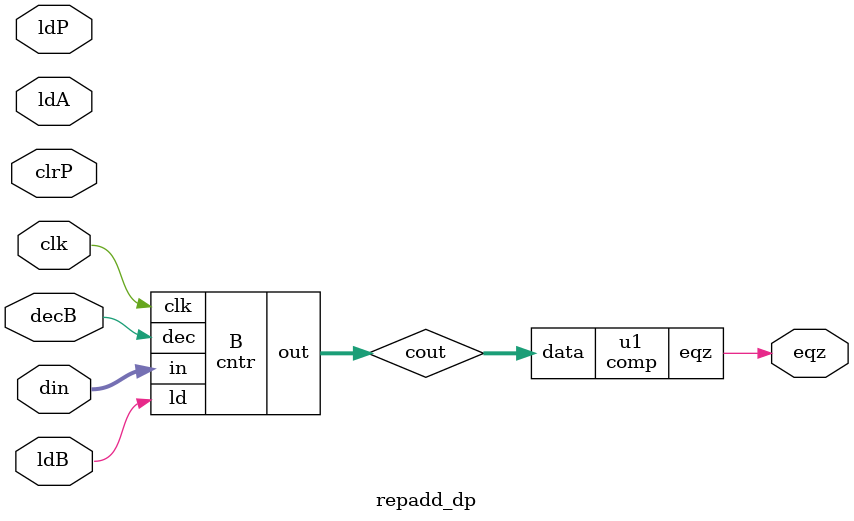
<source format=v>
module comp(eqz,data);
input [15:0] data;
output eqz;
assign eqz = (data==16'd01)?1:0;
endmodule

module pipo1(out,in,ld,clk);
input [15:0]in;
input ld,clk;
output reg [15:0]out;
always@(posedge clk)
begin
	if(ld) out<=in;
end
endmodule

module pipo2(out,in,ld,clk,clr);
input [15:0]in;
input ld,clr,clk;
output reg [15:0]out;
always@(posedge clk)
begin
	if(clr) out<=0;
	else if(ld) out<=in;
end
endmodule

module addr(out,in1,in2);
input [15:0] in1,in2;
output reg[15:0]out;
always@(*)
begin
	out = in1+in2;
end
endmodule

module cntr(out,in,ld,dec,clk);
input [15:0]in;
input dec,ld,clk;
output [15:0] out; 
reg [15:0] count;
assign out = count;
always@(posedge clk)
begin
	if(ld) count<=in;
	else if(dec) count<=count-1;
end
endmodule

module repadd_dp(eqz,ldA,ldB,decB,ldP,clrP,clk,din);
output eqz;
input ldA,ldB,ldP,clrP,decB,clk;
input [15:0]din; 
wire [15:0]outA,out,outP,cout;

pipo1 A(outA,din,ldA,clk);
pipo2 P(outP,out,ldP,clk,clrP);
cntr B(cout,din,ldB,decB,clk);
comp u1(eqz,cout);
addr sum(out,outA,outP);

endmodule
</source>
